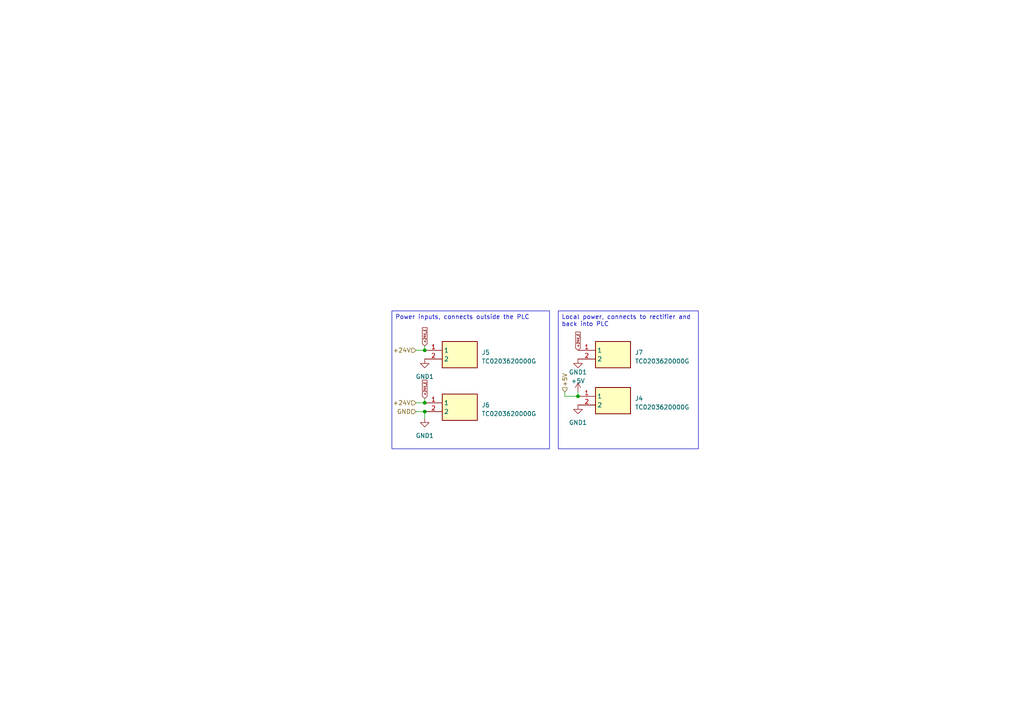
<source format=kicad_sch>
(kicad_sch (version 20230121) (generator eeschema)

  (uuid cc2860a9-95b3-4c89-9e16-85d01fc22151)

  (paper "A4")

  (lib_symbols
    (symbol "TC0203620000G:TC0203620000G" (in_bom yes) (on_board yes)
      (property "Reference" "J" (at 16.51 7.62 0)
        (effects (font (size 1.27 1.27)) (justify left top))
      )
      (property "Value" "TC0203620000G" (at 16.51 5.08 0)
        (effects (font (size 1.27 1.27)) (justify left top))
      )
      (property "Footprint" "TC0203620000G" (at 16.51 -94.92 0)
        (effects (font (size 1.27 1.27)) (justify left top) hide)
      )
      (property "Datasheet" "https://componentsearchengine.com/Datasheets/1/TC0203620000G.pdf" (at 16.51 -194.92 0)
        (effects (font (size 1.27 1.27)) (justify left top) hide)
      )
      (property "Height" "10.5" (at 16.51 -394.92 0)
        (effects (font (size 1.27 1.27)) (justify left top) hide)
      )
      (property "Mouser Part Number" "649-TC02036200J0G" (at 16.51 -494.92 0)
        (effects (font (size 1.27 1.27)) (justify left top) hide)
      )
      (property "Mouser Price/Stock" "https://www.mouser.co.uk/ProductDetail/Amphenol-Anytek/TC0203620000G?qs=Mv7BduZupUiHURQaUHJ1XQ%3D%3D" (at 16.51 -594.92 0)
        (effects (font (size 1.27 1.27)) (justify left top) hide)
      )
      (property "Manufacturer_Name" "Amphenol" (at 16.51 -694.92 0)
        (effects (font (size 1.27 1.27)) (justify left top) hide)
      )
      (property "Manufacturer_Part_Number" "TC0203620000G" (at 16.51 -794.92 0)
        (effects (font (size 1.27 1.27)) (justify left top) hide)
      )
      (property "ki_description" "Fixed Terminal Blocks 500 TB WIR PRO 180D" (at 0 0 0)
        (effects (font (size 1.27 1.27)) hide)
      )
      (symbol "TC0203620000G_1_1"
        (rectangle (start 5.08 2.54) (end 15.24 -5.08)
          (stroke (width 0.254) (type default))
          (fill (type background))
        )
        (pin passive line (at 0 0 0) (length 5.08)
          (name "1" (effects (font (size 1.27 1.27))))
          (number "1" (effects (font (size 1.27 1.27))))
        )
        (pin passive line (at 0 -2.54 0) (length 5.08)
          (name "2" (effects (font (size 1.27 1.27))))
          (number "2" (effects (font (size 1.27 1.27))))
        )
      )
    )
    (symbol "power:+5V" (power) (pin_names (offset 0)) (in_bom yes) (on_board yes)
      (property "Reference" "#PWR" (at 0 -3.81 0)
        (effects (font (size 1.27 1.27)) hide)
      )
      (property "Value" "+5V" (at 0 3.556 0)
        (effects (font (size 1.27 1.27)))
      )
      (property "Footprint" "" (at 0 0 0)
        (effects (font (size 1.27 1.27)) hide)
      )
      (property "Datasheet" "" (at 0 0 0)
        (effects (font (size 1.27 1.27)) hide)
      )
      (property "ki_keywords" "global power" (at 0 0 0)
        (effects (font (size 1.27 1.27)) hide)
      )
      (property "ki_description" "Power symbol creates a global label with name \"+5V\"" (at 0 0 0)
        (effects (font (size 1.27 1.27)) hide)
      )
      (symbol "+5V_0_1"
        (polyline
          (pts
            (xy -0.762 1.27)
            (xy 0 2.54)
          )
          (stroke (width 0) (type default))
          (fill (type none))
        )
        (polyline
          (pts
            (xy 0 0)
            (xy 0 2.54)
          )
          (stroke (width 0) (type default))
          (fill (type none))
        )
        (polyline
          (pts
            (xy 0 2.54)
            (xy 0.762 1.27)
          )
          (stroke (width 0) (type default))
          (fill (type none))
        )
      )
      (symbol "+5V_1_1"
        (pin power_in line (at 0 0 90) (length 0) hide
          (name "+5V" (effects (font (size 1.27 1.27))))
          (number "1" (effects (font (size 1.27 1.27))))
        )
      )
    )
    (symbol "power:GND1" (power) (pin_names (offset 0)) (in_bom yes) (on_board yes)
      (property "Reference" "#PWR" (at 0 -6.35 0)
        (effects (font (size 1.27 1.27)) hide)
      )
      (property "Value" "GND1" (at 0 -3.81 0)
        (effects (font (size 1.27 1.27)))
      )
      (property "Footprint" "" (at 0 0 0)
        (effects (font (size 1.27 1.27)) hide)
      )
      (property "Datasheet" "" (at 0 0 0)
        (effects (font (size 1.27 1.27)) hide)
      )
      (property "ki_keywords" "global power" (at 0 0 0)
        (effects (font (size 1.27 1.27)) hide)
      )
      (property "ki_description" "Power symbol creates a global label with name \"GND1\" , ground" (at 0 0 0)
        (effects (font (size 1.27 1.27)) hide)
      )
      (symbol "GND1_0_1"
        (polyline
          (pts
            (xy 0 0)
            (xy 0 -1.27)
            (xy 1.27 -1.27)
            (xy 0 -2.54)
            (xy -1.27 -1.27)
            (xy 0 -1.27)
          )
          (stroke (width 0) (type default))
          (fill (type none))
        )
      )
      (symbol "GND1_1_1"
        (pin power_in line (at 0 0 270) (length 0) hide
          (name "GND1" (effects (font (size 1.27 1.27))))
          (number "1" (effects (font (size 1.27 1.27))))
        )
      )
    )
  )

  (junction (at 123.19 116.84) (diameter 0) (color 0 0 0 0)
    (uuid 25f92ae3-475a-43cb-b573-8346689c885a)
  )
  (junction (at 123.19 119.38) (diameter 0) (color 0 0 0 0)
    (uuid 6500d8b0-d5db-4b09-ad1e-1319ba658c11)
  )
  (junction (at 167.64 114.935) (diameter 0) (color 0 0 0 0)
    (uuid 83b84284-917a-464f-9aa0-884da7079c9b)
  )
  (junction (at 123.19 101.6) (diameter 0) (color 0 0 0 0)
    (uuid d33e1912-0f52-44c8-a17b-8e9baace3fea)
  )

  (wire (pts (xy 123.19 100.33) (xy 123.19 101.6))
    (stroke (width 0) (type default))
    (uuid 05b47790-e232-466a-8844-5ca9dece675a)
  )
  (wire (pts (xy 123.19 115.57) (xy 123.19 116.84))
    (stroke (width 0) (type default))
    (uuid 12767e70-7d02-4314-a331-ed79e7177993)
  )
  (wire (pts (xy 163.83 113.665) (xy 163.83 114.935))
    (stroke (width 0) (type default))
    (uuid 1f40e25a-e183-47e4-be63-87f1f69bc2ab)
  )
  (wire (pts (xy 167.64 113.665) (xy 167.64 114.935))
    (stroke (width 0) (type default))
    (uuid 327fe987-16e7-45c9-96ed-69399ac2213b)
  )
  (wire (pts (xy 120.65 101.6) (xy 123.19 101.6))
    (stroke (width 0) (type default))
    (uuid 5ec8b2f9-508e-42d2-ba10-74fddea6f445)
  )
  (wire (pts (xy 120.65 116.84) (xy 123.19 116.84))
    (stroke (width 0) (type default))
    (uuid 61d01538-595a-488d-8651-c22e09d34a61)
  )
  (wire (pts (xy 120.65 119.38) (xy 123.19 119.38))
    (stroke (width 0) (type default))
    (uuid 6549d5a2-ad42-487c-8101-1d11e9b8cf8f)
  )
  (wire (pts (xy 123.19 121.285) (xy 123.19 119.38))
    (stroke (width 0) (type default))
    (uuid bfd6e2c4-73f5-472e-ad53-22218525c861)
  )
  (wire (pts (xy 163.83 114.935) (xy 167.64 114.935))
    (stroke (width 0) (type default))
    (uuid d731e7c9-20d7-4d2a-a8f2-e2e6a1e26c8f)
  )

  (text_box "Local power, connects to rectifier and back into PLC\n"
    (at 161.925 90.17 0) (size 40.64 40.005)
    (stroke (width 0) (type default))
    (fill (type none))
    (effects (font (size 1.27 1.27)) (justify left top))
    (uuid 85e66541-43aa-4ef4-bd3a-be37db358af1)
  )
  (text_box "Power inputs, connects outside the PLC"
    (at 113.665 90.17 0) (size 45.72 40.005)
    (stroke (width 0) (type default))
    (fill (type none))
    (effects (font (size 1.27 1.27)) (justify left top))
    (uuid d9b56678-ceb3-45ed-974b-2cd1fcabbf50)
  )

  (global_label "+24V_E" (shape input) (at 123.19 115.57 90) (fields_autoplaced)
    (effects (font (size 0.7 0.7)) (justify left))
    (uuid 6f1c4c8f-144d-405c-bdb5-e7b8a5c6ac9e)
    (property "Intersheetrefs" "${INTERSHEET_REFS}" (at 123.19 110.0018 90)
      (effects (font (size 1.27 1.27)) (justify left) hide)
    )
  )
  (global_label "+24V_E" (shape input) (at 123.19 100.33 90) (fields_autoplaced)
    (effects (font (size 0.7 0.7)) (justify left))
    (uuid 9c308e7f-3a2c-402f-b35c-65bc41dc42b7)
    (property "Intersheetrefs" "${INTERSHEET_REFS}" (at 123.19 94.7618 90)
      (effects (font (size 1.27 1.27)) (justify left) hide)
    )
  )
  (global_label "+24V_E" (shape input) (at 167.64 101.6 90) (fields_autoplaced)
    (effects (font (size 0.7 0.7)) (justify left))
    (uuid dc3fe081-841f-478d-b5c4-2ac34b20087a)
    (property "Intersheetrefs" "${INTERSHEET_REFS}" (at 167.64 96.0318 90)
      (effects (font (size 1.27 1.27)) (justify left) hide)
    )
  )

  (hierarchical_label "+24V" (shape input) (at 120.65 101.6 180) (fields_autoplaced)
    (effects (font (size 1.27 1.27)) (justify right))
    (uuid 3b270c1e-6e72-46a6-afff-21a1be066afd)
  )
  (hierarchical_label "+5V" (shape input) (at 163.83 113.665 90) (fields_autoplaced)
    (effects (font (size 1.27 1.27)) (justify left))
    (uuid 413f23f5-23be-456d-b6e2-2e0e242f4b8f)
  )
  (hierarchical_label "+24V" (shape input) (at 120.65 116.84 180) (fields_autoplaced)
    (effects (font (size 1.27 1.27)) (justify right))
    (uuid 5d3e7bb2-a132-4dc2-8ba6-f1a2c4342b73)
  )
  (hierarchical_label "GND" (shape input) (at 120.65 119.38 180) (fields_autoplaced)
    (effects (font (size 1.27 1.27)) (justify right))
    (uuid 7107829a-6d02-4afc-92a0-4c1613aec9cb)
  )

  (symbol (lib_id "power:GND1") (at 167.64 104.14 0) (unit 1)
    (in_bom yes) (on_board yes) (dnp no)
    (uuid 045b85bb-0814-458c-ab51-f781e7af6113)
    (property "Reference" "#PWR085" (at 167.64 110.49 0)
      (effects (font (size 1.27 1.27)) hide)
    )
    (property "Value" "GND1" (at 167.64 107.95 0)
      (effects (font (size 1.27 1.27)))
    )
    (property "Footprint" "" (at 167.64 104.14 0)
      (effects (font (size 1.27 1.27)) hide)
    )
    (property "Datasheet" "" (at 167.64 104.14 0)
      (effects (font (size 1.27 1.27)) hide)
    )
    (pin "1" (uuid a14ff25a-e022-4a66-beb5-9a2622aed024))
    (instances
      (project "PLC-CIM"
        (path "/98f81d77-8880-491b-a7cf-4c27e2d73edf/65732d30-4757-4d69-a8f8-277854263560"
          (reference "#PWR085") (unit 1)
        )
      )
    )
  )

  (symbol (lib_id "power:GND1") (at 123.19 104.14 0) (unit 1)
    (in_bom yes) (on_board yes) (dnp no) (fields_autoplaced)
    (uuid 13aa3c6b-fa27-44e0-b2b7-e4c05a69d61d)
    (property "Reference" "#PWR074" (at 123.19 110.49 0)
      (effects (font (size 1.27 1.27)) hide)
    )
    (property "Value" "GND1" (at 123.19 109.22 0)
      (effects (font (size 1.27 1.27)))
    )
    (property "Footprint" "" (at 123.19 104.14 0)
      (effects (font (size 1.27 1.27)) hide)
    )
    (property "Datasheet" "" (at 123.19 104.14 0)
      (effects (font (size 1.27 1.27)) hide)
    )
    (pin "1" (uuid 102fe5db-18ca-46e2-b8a2-989e1e23f411))
    (instances
      (project "PLC-CIM"
        (path "/98f81d77-8880-491b-a7cf-4c27e2d73edf/65732d30-4757-4d69-a8f8-277854263560"
          (reference "#PWR074") (unit 1)
        )
      )
    )
  )

  (symbol (lib_id "power:GND1") (at 123.19 121.285 0) (unit 1)
    (in_bom yes) (on_board yes) (dnp no) (fields_autoplaced)
    (uuid 44280398-8269-49ba-9d85-e00b3b18984c)
    (property "Reference" "#PWR075" (at 123.19 127.635 0)
      (effects (font (size 1.27 1.27)) hide)
    )
    (property "Value" "GND1" (at 123.19 126.365 0)
      (effects (font (size 1.27 1.27)))
    )
    (property "Footprint" "" (at 123.19 121.285 0)
      (effects (font (size 1.27 1.27)) hide)
    )
    (property "Datasheet" "" (at 123.19 121.285 0)
      (effects (font (size 1.27 1.27)) hide)
    )
    (pin "1" (uuid c48f2f96-b777-453a-a9c0-49c928652272))
    (instances
      (project "PLC-CIM"
        (path "/98f81d77-8880-491b-a7cf-4c27e2d73edf/65732d30-4757-4d69-a8f8-277854263560"
          (reference "#PWR075") (unit 1)
        )
      )
    )
  )

  (symbol (lib_id "TC0203620000G:TC0203620000G") (at 167.64 114.935 0) (unit 1)
    (in_bom yes) (on_board yes) (dnp no) (fields_autoplaced)
    (uuid 50a4a44a-5f4c-4d5b-94a8-b2a6eac1263f)
    (property "Reference" "J4" (at 184.15 115.57 0)
      (effects (font (size 1.27 1.27)) (justify left))
    )
    (property "Value" "TC0203620000G" (at 184.15 118.11 0)
      (effects (font (size 1.27 1.27)) (justify left))
    )
    (property "Footprint" "TC0203620000G" (at 184.15 209.855 0)
      (effects (font (size 1.27 1.27)) (justify left top) hide)
    )
    (property "Datasheet" "https://componentsearchengine.com/Datasheets/1/TC0203620000G.pdf" (at 184.15 309.855 0)
      (effects (font (size 1.27 1.27)) (justify left top) hide)
    )
    (property "Height" "10.5" (at 184.15 509.855 0)
      (effects (font (size 1.27 1.27)) (justify left top) hide)
    )
    (property "Mouser Part Number" "649-TC02036200J0G" (at 184.15 609.855 0)
      (effects (font (size 1.27 1.27)) (justify left top) hide)
    )
    (property "Mouser Price/Stock" "https://www.mouser.co.uk/ProductDetail/Amphenol-Anytek/TC0203620000G?qs=Mv7BduZupUiHURQaUHJ1XQ%3D%3D" (at 184.15 709.855 0)
      (effects (font (size 1.27 1.27)) (justify left top) hide)
    )
    (property "Manufacturer_Name" "Amphenol" (at 184.15 809.855 0)
      (effects (font (size 1.27 1.27)) (justify left top) hide)
    )
    (property "Manufacturer_Part_Number" "TC0203620000G" (at 184.15 909.855 0)
      (effects (font (size 1.27 1.27)) (justify left top) hide)
    )
    (pin "1" (uuid 48bb9989-14bb-47c3-b129-922a29ea19f8))
    (pin "2" (uuid 9be0d972-42af-40b7-ae1d-be0ac9ead4c6))
    (instances
      (project "PLC-CIM"
        (path "/98f81d77-8880-491b-a7cf-4c27e2d73edf"
          (reference "J4") (unit 1)
        )
        (path "/98f81d77-8880-491b-a7cf-4c27e2d73edf/65732d30-4757-4d69-a8f8-277854263560"
          (reference "J5") (unit 1)
        )
      )
    )
  )

  (symbol (lib_id "TC0203620000G:TC0203620000G") (at 167.64 101.6 0) (unit 1)
    (in_bom yes) (on_board yes) (dnp no) (fields_autoplaced)
    (uuid 6130ccb1-2290-435c-9083-a502fbcd291a)
    (property "Reference" "J7" (at 184.15 102.235 0)
      (effects (font (size 1.27 1.27)) (justify left))
    )
    (property "Value" "TC0203620000G" (at 184.15 104.775 0)
      (effects (font (size 1.27 1.27)) (justify left))
    )
    (property "Footprint" "TC0203620000G" (at 184.15 196.52 0)
      (effects (font (size 1.27 1.27)) (justify left top) hide)
    )
    (property "Datasheet" "https://componentsearchengine.com/Datasheets/1/TC0203620000G.pdf" (at 184.15 296.52 0)
      (effects (font (size 1.27 1.27)) (justify left top) hide)
    )
    (property "Height" "10.5" (at 184.15 496.52 0)
      (effects (font (size 1.27 1.27)) (justify left top) hide)
    )
    (property "Mouser Part Number" "649-TC02036200J0G" (at 184.15 596.52 0)
      (effects (font (size 1.27 1.27)) (justify left top) hide)
    )
    (property "Mouser Price/Stock" "https://www.mouser.co.uk/ProductDetail/Amphenol-Anytek/TC0203620000G?qs=Mv7BduZupUiHURQaUHJ1XQ%3D%3D" (at 184.15 696.52 0)
      (effects (font (size 1.27 1.27)) (justify left top) hide)
    )
    (property "Manufacturer_Name" "Amphenol" (at 184.15 796.52 0)
      (effects (font (size 1.27 1.27)) (justify left top) hide)
    )
    (property "Manufacturer_Part_Number" "TC0203620000G" (at 184.15 896.52 0)
      (effects (font (size 1.27 1.27)) (justify left top) hide)
    )
    (pin "1" (uuid cf51f7ac-b2f9-4662-9595-8974805f7934))
    (pin "2" (uuid d067afa1-eaec-4cd3-8d6b-254533512b4b))
    (instances
      (project "PLC-CIM"
        (path "/98f81d77-8880-491b-a7cf-4c27e2d73edf"
          (reference "J7") (unit 1)
        )
        (path "/98f81d77-8880-491b-a7cf-4c27e2d73edf/65732d30-4757-4d69-a8f8-277854263560"
          (reference "J4") (unit 1)
        )
      )
    )
  )

  (symbol (lib_id "TC0203620000G:TC0203620000G") (at 123.19 101.6 0) (unit 1)
    (in_bom yes) (on_board yes) (dnp no) (fields_autoplaced)
    (uuid 9fc734f7-c33d-43f9-a8e7-332d1914a516)
    (property "Reference" "J5" (at 139.7 102.235 0)
      (effects (font (size 1.27 1.27)) (justify left))
    )
    (property "Value" "TC0203620000G" (at 139.7 104.775 0)
      (effects (font (size 1.27 1.27)) (justify left))
    )
    (property "Footprint" "TC0203620000G" (at 139.7 196.52 0)
      (effects (font (size 1.27 1.27)) (justify left top) hide)
    )
    (property "Datasheet" "https://componentsearchengine.com/Datasheets/1/TC0203620000G.pdf" (at 139.7 296.52 0)
      (effects (font (size 1.27 1.27)) (justify left top) hide)
    )
    (property "Height" "10.5" (at 139.7 496.52 0)
      (effects (font (size 1.27 1.27)) (justify left top) hide)
    )
    (property "Mouser Part Number" "649-TC02036200J0G" (at 139.7 596.52 0)
      (effects (font (size 1.27 1.27)) (justify left top) hide)
    )
    (property "Mouser Price/Stock" "https://www.mouser.co.uk/ProductDetail/Amphenol-Anytek/TC0203620000G?qs=Mv7BduZupUiHURQaUHJ1XQ%3D%3D" (at 139.7 696.52 0)
      (effects (font (size 1.27 1.27)) (justify left top) hide)
    )
    (property "Manufacturer_Name" "Amphenol" (at 139.7 796.52 0)
      (effects (font (size 1.27 1.27)) (justify left top) hide)
    )
    (property "Manufacturer_Part_Number" "TC0203620000G" (at 139.7 896.52 0)
      (effects (font (size 1.27 1.27)) (justify left top) hide)
    )
    (pin "1" (uuid 79c5064d-bd40-4472-8c96-b65bb57b6cfb))
    (pin "2" (uuid 14722dba-995a-43b7-b1fa-cdf95112c6d3))
    (instances
      (project "PLC-CIM"
        (path "/98f81d77-8880-491b-a7cf-4c27e2d73edf"
          (reference "J5") (unit 1)
        )
        (path "/98f81d77-8880-491b-a7cf-4c27e2d73edf/65732d30-4757-4d69-a8f8-277854263560"
          (reference "J6") (unit 1)
        )
      )
    )
  )

  (symbol (lib_id "power:GND1") (at 167.64 117.475 0) (unit 1)
    (in_bom yes) (on_board yes) (dnp no) (fields_autoplaced)
    (uuid c4a54057-0733-46fa-9ac2-e9fd7c93b502)
    (property "Reference" "#PWR077" (at 167.64 123.825 0)
      (effects (font (size 1.27 1.27)) hide)
    )
    (property "Value" "GND1" (at 167.64 122.555 0)
      (effects (font (size 1.27 1.27)))
    )
    (property "Footprint" "" (at 167.64 117.475 0)
      (effects (font (size 1.27 1.27)) hide)
    )
    (property "Datasheet" "" (at 167.64 117.475 0)
      (effects (font (size 1.27 1.27)) hide)
    )
    (pin "1" (uuid 9ee0c8fc-e01d-4cb0-a807-f2092868c8de))
    (instances
      (project "PLC-CIM"
        (path "/98f81d77-8880-491b-a7cf-4c27e2d73edf/65732d30-4757-4d69-a8f8-277854263560"
          (reference "#PWR077") (unit 1)
        )
      )
    )
  )

  (symbol (lib_id "TC0203620000G:TC0203620000G") (at 123.19 116.84 0) (unit 1)
    (in_bom yes) (on_board yes) (dnp no) (fields_autoplaced)
    (uuid ce36fa70-3787-4389-b7fd-1f97eb784aea)
    (property "Reference" "J6" (at 139.7 117.475 0)
      (effects (font (size 1.27 1.27)) (justify left))
    )
    (property "Value" "TC0203620000G" (at 139.7 120.015 0)
      (effects (font (size 1.27 1.27)) (justify left))
    )
    (property "Footprint" "TC0203620000G" (at 139.7 211.76 0)
      (effects (font (size 1.27 1.27)) (justify left top) hide)
    )
    (property "Datasheet" "https://componentsearchengine.com/Datasheets/1/TC0203620000G.pdf" (at 139.7 311.76 0)
      (effects (font (size 1.27 1.27)) (justify left top) hide)
    )
    (property "Height" "10.5" (at 139.7 511.76 0)
      (effects (font (size 1.27 1.27)) (justify left top) hide)
    )
    (property "Mouser Part Number" "649-TC02036200J0G" (at 139.7 611.76 0)
      (effects (font (size 1.27 1.27)) (justify left top) hide)
    )
    (property "Mouser Price/Stock" "https://www.mouser.co.uk/ProductDetail/Amphenol-Anytek/TC0203620000G?qs=Mv7BduZupUiHURQaUHJ1XQ%3D%3D" (at 139.7 711.76 0)
      (effects (font (size 1.27 1.27)) (justify left top) hide)
    )
    (property "Manufacturer_Name" "Amphenol" (at 139.7 811.76 0)
      (effects (font (size 1.27 1.27)) (justify left top) hide)
    )
    (property "Manufacturer_Part_Number" "TC0203620000G" (at 139.7 911.76 0)
      (effects (font (size 1.27 1.27)) (justify left top) hide)
    )
    (pin "1" (uuid 5c4f8b16-b5ba-41f0-907e-a27426a0f20e))
    (pin "2" (uuid 09265bd4-48a8-422e-91be-b2a43f154c4a))
    (instances
      (project "PLC-CIM"
        (path "/98f81d77-8880-491b-a7cf-4c27e2d73edf"
          (reference "J6") (unit 1)
        )
        (path "/98f81d77-8880-491b-a7cf-4c27e2d73edf/65732d30-4757-4d69-a8f8-277854263560"
          (reference "J7") (unit 1)
        )
      )
    )
  )

  (symbol (lib_id "power:+5V") (at 167.64 113.665 0) (unit 1)
    (in_bom yes) (on_board yes) (dnp no) (fields_autoplaced)
    (uuid f715dfab-9648-4f3e-8d5d-605626d54432)
    (property "Reference" "#PWR074" (at 167.64 117.475 0)
      (effects (font (size 1.27 1.27)) hide)
    )
    (property "Value" "+5V" (at 167.64 110.49 0)
      (effects (font (size 1.27 1.27)))
    )
    (property "Footprint" "" (at 167.64 113.665 0)
      (effects (font (size 1.27 1.27)) hide)
    )
    (property "Datasheet" "" (at 167.64 113.665 0)
      (effects (font (size 1.27 1.27)) hide)
    )
    (pin "1" (uuid 0979fc2b-5537-4cfb-b819-5e64e4b863fe))
    (instances
      (project "PLC-CIM"
        (path "/98f81d77-8880-491b-a7cf-4c27e2d73edf"
          (reference "#PWR074") (unit 1)
        )
        (path "/98f81d77-8880-491b-a7cf-4c27e2d73edf/65732d30-4757-4d69-a8f8-277854263560"
          (reference "#PWR076") (unit 1)
        )
      )
    )
  )
)

</source>
